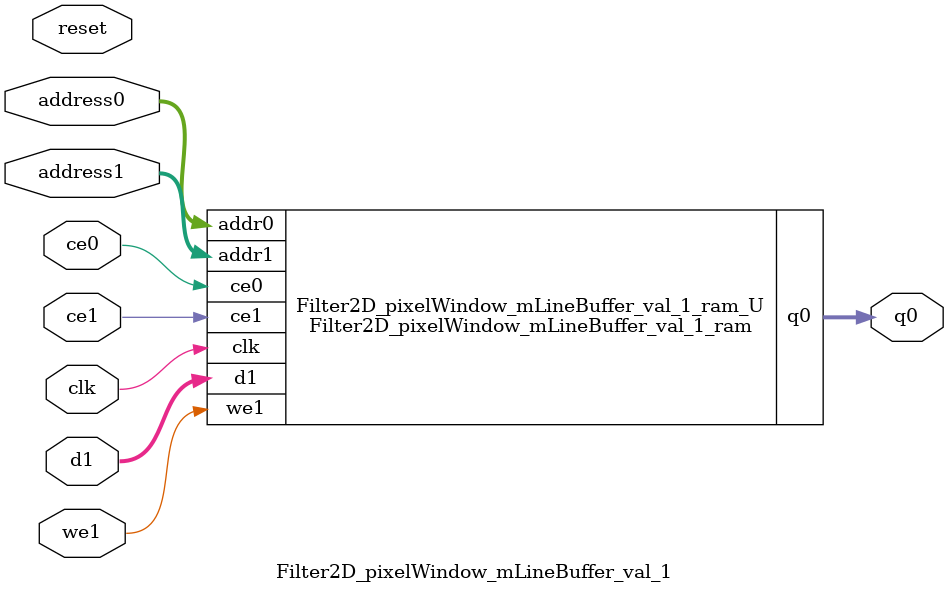
<source format=v>

`timescale 1 ns / 1 ps
module Filter2D_pixelWindow_mLineBuffer_val_1_ram (addr0, ce0, q0, addr1, ce1, d1, we1,  clk);

parameter DWIDTH = 8;
parameter AWIDTH = 12;
parameter MEM_SIZE = 3000;

input[AWIDTH-1:0] addr0;
input ce0;
output reg[DWIDTH-1:0] q0;
input[AWIDTH-1:0] addr1;
input ce1;
input[DWIDTH-1:0] d1;
input we1;
input clk;

(* ram_style = "block" *)reg [DWIDTH-1:0] ram[0:MEM_SIZE-1];




always @(posedge clk)  
begin 
    if (ce0) 
    begin
            q0 <= ram[addr0];
    end
end


always @(posedge clk)  
begin 
    if (ce1) 
    begin
        if (we1) 
        begin 
            ram[addr1] <= d1; 
        end 
    end
end


endmodule


`timescale 1 ns / 1 ps
module Filter2D_pixelWindow_mLineBuffer_val_1(
    reset,
    clk,
    address0,
    ce0,
    q0,
    address1,
    ce1,
    we1,
    d1);

parameter DataWidth = 32'd8;
parameter AddressRange = 32'd3000;
parameter AddressWidth = 32'd12;
input reset;
input clk;
input[AddressWidth - 1:0] address0;
input ce0;
output[DataWidth - 1:0] q0;
input[AddressWidth - 1:0] address1;
input ce1;
input we1;
input[DataWidth - 1:0] d1;



Filter2D_pixelWindow_mLineBuffer_val_1_ram Filter2D_pixelWindow_mLineBuffer_val_1_ram_U(
    .clk( clk ),
    .addr0( address0 ),
    .ce0( ce0 ),
    .q0( q0 ),
    .addr1( address1 ),
    .ce1( ce1 ),
    .d1( d1 ),
    .we1( we1 ));

endmodule


</source>
